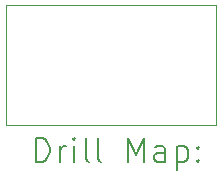
<source format=gbr>
%TF.GenerationSoftware,KiCad,Pcbnew,9.0.6*%
%TF.CreationDate,2026-01-08T16:07:43-06:00*%
%TF.ProjectId,SOIC-8_3.9x4.9_P1.27,534f4943-2d38-45f3-932e-3978342e395f,rev?*%
%TF.SameCoordinates,Original*%
%TF.FileFunction,Drillmap*%
%TF.FilePolarity,Positive*%
%FSLAX45Y45*%
G04 Gerber Fmt 4.5, Leading zero omitted, Abs format (unit mm)*
G04 Created by KiCad (PCBNEW 9.0.6) date 2026-01-08 16:07:43*
%MOMM*%
%LPD*%
G01*
G04 APERTURE LIST*
%ADD10C,0.050000*%
%ADD11C,0.200000*%
G04 APERTURE END LIST*
D10*
X11785600Y-9379350D02*
X13563600Y-9379350D01*
X13563600Y-10395350D01*
X11785600Y-10395350D01*
X11785600Y-9379350D01*
D11*
X12043877Y-10709334D02*
X12043877Y-10509334D01*
X12043877Y-10509334D02*
X12091496Y-10509334D01*
X12091496Y-10509334D02*
X12120067Y-10518858D01*
X12120067Y-10518858D02*
X12139115Y-10537905D01*
X12139115Y-10537905D02*
X12148639Y-10556953D01*
X12148639Y-10556953D02*
X12158162Y-10595048D01*
X12158162Y-10595048D02*
X12158162Y-10623620D01*
X12158162Y-10623620D02*
X12148639Y-10661715D01*
X12148639Y-10661715D02*
X12139115Y-10680762D01*
X12139115Y-10680762D02*
X12120067Y-10699810D01*
X12120067Y-10699810D02*
X12091496Y-10709334D01*
X12091496Y-10709334D02*
X12043877Y-10709334D01*
X12243877Y-10709334D02*
X12243877Y-10576000D01*
X12243877Y-10614096D02*
X12253401Y-10595048D01*
X12253401Y-10595048D02*
X12262924Y-10585524D01*
X12262924Y-10585524D02*
X12281972Y-10576000D01*
X12281972Y-10576000D02*
X12301020Y-10576000D01*
X12367686Y-10709334D02*
X12367686Y-10576000D01*
X12367686Y-10509334D02*
X12358162Y-10518858D01*
X12358162Y-10518858D02*
X12367686Y-10528381D01*
X12367686Y-10528381D02*
X12377210Y-10518858D01*
X12377210Y-10518858D02*
X12367686Y-10509334D01*
X12367686Y-10509334D02*
X12367686Y-10528381D01*
X12491496Y-10709334D02*
X12472448Y-10699810D01*
X12472448Y-10699810D02*
X12462924Y-10680762D01*
X12462924Y-10680762D02*
X12462924Y-10509334D01*
X12596258Y-10709334D02*
X12577210Y-10699810D01*
X12577210Y-10699810D02*
X12567686Y-10680762D01*
X12567686Y-10680762D02*
X12567686Y-10509334D01*
X12824829Y-10709334D02*
X12824829Y-10509334D01*
X12824829Y-10509334D02*
X12891496Y-10652191D01*
X12891496Y-10652191D02*
X12958162Y-10509334D01*
X12958162Y-10509334D02*
X12958162Y-10709334D01*
X13139115Y-10709334D02*
X13139115Y-10604572D01*
X13139115Y-10604572D02*
X13129591Y-10585524D01*
X13129591Y-10585524D02*
X13110543Y-10576000D01*
X13110543Y-10576000D02*
X13072448Y-10576000D01*
X13072448Y-10576000D02*
X13053401Y-10585524D01*
X13139115Y-10699810D02*
X13120067Y-10709334D01*
X13120067Y-10709334D02*
X13072448Y-10709334D01*
X13072448Y-10709334D02*
X13053401Y-10699810D01*
X13053401Y-10699810D02*
X13043877Y-10680762D01*
X13043877Y-10680762D02*
X13043877Y-10661715D01*
X13043877Y-10661715D02*
X13053401Y-10642667D01*
X13053401Y-10642667D02*
X13072448Y-10633143D01*
X13072448Y-10633143D02*
X13120067Y-10633143D01*
X13120067Y-10633143D02*
X13139115Y-10623620D01*
X13234353Y-10576000D02*
X13234353Y-10776000D01*
X13234353Y-10585524D02*
X13253401Y-10576000D01*
X13253401Y-10576000D02*
X13291496Y-10576000D01*
X13291496Y-10576000D02*
X13310543Y-10585524D01*
X13310543Y-10585524D02*
X13320067Y-10595048D01*
X13320067Y-10595048D02*
X13329591Y-10614096D01*
X13329591Y-10614096D02*
X13329591Y-10671239D01*
X13329591Y-10671239D02*
X13320067Y-10690286D01*
X13320067Y-10690286D02*
X13310543Y-10699810D01*
X13310543Y-10699810D02*
X13291496Y-10709334D01*
X13291496Y-10709334D02*
X13253401Y-10709334D01*
X13253401Y-10709334D02*
X13234353Y-10699810D01*
X13415305Y-10690286D02*
X13424829Y-10699810D01*
X13424829Y-10699810D02*
X13415305Y-10709334D01*
X13415305Y-10709334D02*
X13405782Y-10699810D01*
X13405782Y-10699810D02*
X13415305Y-10690286D01*
X13415305Y-10690286D02*
X13415305Y-10709334D01*
X13415305Y-10585524D02*
X13424829Y-10595048D01*
X13424829Y-10595048D02*
X13415305Y-10604572D01*
X13415305Y-10604572D02*
X13405782Y-10595048D01*
X13405782Y-10595048D02*
X13415305Y-10585524D01*
X13415305Y-10585524D02*
X13415305Y-10604572D01*
M02*

</source>
